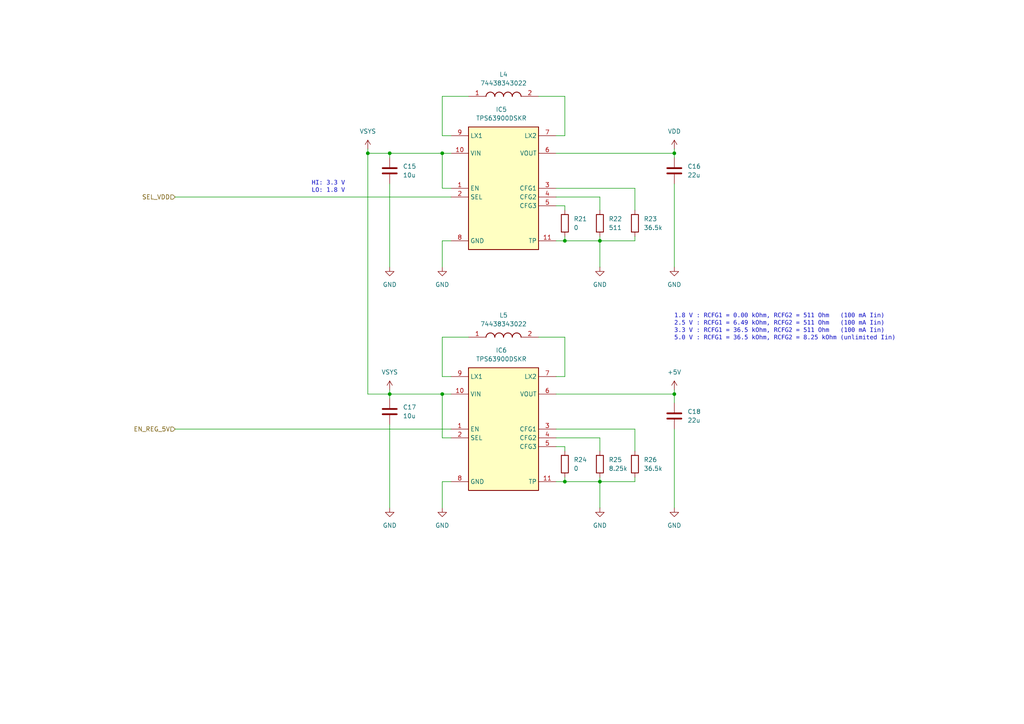
<source format=kicad_sch>
(kicad_sch (version 20250114) (generator "eeschema") (generator_version "9.0")
  (paper "A4")
  (lib_symbols
    (symbol "Device:C" (pin_numbers (hide yes)) (pin_names (offset 0.254))
      (property "Reference" "C" (at 0.635 2.54 0))
      (property "Value" "C" (at 0.635 -2.54 0))
      (symbol "C_0_1"
        (polyline (pts (xy -2.032 0.762) (xy 2.032 0.762)) (stroke (width 0.508)))
        (polyline (pts (xy -2.032 -0.762) (xy 2.032 -0.762)) (stroke (width 0.508)))
      )
      (symbol "C_1_1"
        (pin passive line (at 0 3.81 270) (length 2.794) (name "~") (number "1"))
        (pin passive line (at 0 -3.81 90) (length 2.794) (name "~") (number "2"))
      )
    )
    (symbol "Device:R" (pin_numbers (hide yes)) (pin_names (offset 0))
      (property "Reference" "R" (at 2.032 0 90))
      (property "Value" "R" (at 0 0 90))
      (symbol "R_0_1"
        (rectangle (start -1.016 -2.54) (end 1.016 2.54) (stroke (width 0.254)))
      )
      (symbol "R_1_1"
        (pin passive line (at 0 3.81 270) (length 1.27) (name "~") (number "1"))
        (pin passive line (at 0 -3.81 90) (length 1.27) (name "~") (number "2"))
      )
    )
    (symbol "TrashFlash:74438343022" (pin_names (hide yes))
      (property "Reference" "L" (at 6.35 6.35 0))
      (property "Value" "74438343022" (at 6.35 3.81 0))
      (symbol "74438343022_1_1"
        (arc (start -5.08 0) (mid -3.81 1.219) (end -2.54 0) (stroke (width 0.254)))
        (arc (start -2.54 0) (mid -1.27 1.219) (end 0 0) (stroke (width 0.254)))
        (arc (start 0 0) (mid 1.27 1.219) (end 2.54 0) (stroke (width 0.254)))
        (arc (start 2.54 0) (mid 3.81 1.219) (end 5.08 0) (stroke (width 0.254)))
        (pin passive line (at -10.16 0 0) (length 5.08) (name "1") (number "1"))
        (pin passive line (at 10.16 0 180) (length 5.08) (name "2") (number "2"))
      )
    )
    (symbol "TrashFlash:TPS63900DSKR"
      (property "Reference" "IC" (at 0 5.08 0))
      (property "Value" "TPS63900DSKR" (at 0 2.54 0))
      (symbol "TPS63900DSKR_1_1"
        (rectangle (start 0 0) (end 20.32 -35.56) (stroke (width 0.254)) (fill (type background)))
        (pin passive line (at -5.08 -2.54 0) (length 5.08) (name "LX1") (number "9"))
        (pin power_in line (at -5.08 -7.62 0) (length 5.08) (name "VIN") (number "10"))
        (pin input line (at -5.08 -17.78 0) (length 5.08) (name "EN") (number "1"))
        (pin input line (at -5.08 -20.32 0) (length 5.08) (name "SEL") (number "2"))
        (pin passive line (at -5.08 -33.02 0) (length 5.08) (name "GND") (number "8"))
        (pin passive line (at 25.4 -2.54 180) (length 5.08) (name "LX2") (number "7"))
        (pin power_out line (at 25.4 -7.62 180) (length 5.08) (name "VOUT") (number "6"))
        (pin passive line (at 25.4 -17.78 180) (length 5.08) (name "CFG1") (number "3"))
        (pin passive line (at 25.4 -20.32 180) (length 5.08) (name "CFG2") (number "4"))
        (pin passive line (at 25.4 -22.86 180) (length 5.08) (name "CFG3") (number "5"))
        (pin passive line (at 25.4 -33.02 180) (length 5.08) (name "TP") (number "11"))
      )
    )
    (symbol "TrashFlash:VSYS" (power) (pin_numbers (hide yes)) (pin_names (offset 0) (hide yes))
      (property "Value" "VSYS" (at 0 3.556 0))
      (symbol "VSYS_0_1"
        (polyline (pts (xy -0.762 1.27) (xy 0 2.54)))
        (polyline (pts (xy 0 2.54) (xy 0.762 1.27)))
        (polyline (pts (xy 0 0) (xy 0 2.54)))
      )
      (symbol "VSYS_1_1"
        (pin power_in line (at 0 0 90) (length 0) (name "VSYS") (number "1"))
      )
    )
    (symbol "power:+5V" (power) (pin_numbers (hide yes)) (pin_names (offset 0) (hide yes))
      (property "Value" "+5V" (at 0 3.556 0))
      (symbol "+5V_0_1"
        (polyline (pts (xy -0.762 1.27) (xy 0 2.54)))
        (polyline (pts (xy 0 2.54) (xy 0.762 1.27)))
        (polyline (pts (xy 0 0) (xy 0 2.54)))
      )
      (symbol "+5V_1_1"
        (pin power_in line (at 0 0 90) (length 0) (name "~") (number "1"))
      )
    )
    (symbol "power:GND" (power) (pin_numbers (hide yes)) (pin_names (offset 0) (hide yes))
      (property "Value" "GND" (at 0 -3.81 0))
      (symbol "GND_0_1"
        (polyline (pts (xy 0 0) (xy 0 -1.27) (xy 1.27 -1.27) (xy 0 -2.54) (xy -1.27 -1.27) (xy 0 -1.27)))
      )
      (symbol "GND_1_1"
        (pin power_in line (at 0 0 270) (length 0) (name "~") (number "1"))
      )
    )
    (symbol "power:VDD" (power) (pin_numbers (hide yes)) (pin_names (offset 0) (hide yes))
      (property "Value" "VDD" (at 0 3.556 0))
      (symbol "VDD_0_1"
        (polyline (pts (xy -0.762 1.27) (xy 0 2.54)))
        (polyline (pts (xy 0 2.54) (xy 0.762 1.27)))
        (polyline (pts (xy 0 0) (xy 0 2.54)))
      )
      (symbol "VDD_1_1"
        (pin power_in line (at 0 0 90) (length 0) (name "~") (number "1"))
      )
    )
  )
  (text "HI: 3.3 V\nLO: 1.8 V\n" (at 90.424 54.61 0) (effects (font (size 1.27 1.27)) (justify left)))
  (text "1.8 V : RCFG1 = 0.00 kOhm, RCFG2 = 511 Ohm   (100 mA Iin)\n2.5 V : RCFG1 = 6.49 kOhm, RCFG2 = 511 Ohm   (100 mA Iin)\n3.3 V : RCFG1 = 36.5 kOhm, RCFG2 = 511 Ohm   (100 mA Iin)\n5.0 V : RCFG1 = 36.5 kOhm, RCFG2 = 8.25 kOhm (unlimited Iin)" (at 195.58 95.25 0) (effects (font (size 1.27 1.27)) (justify left)))
  (junction (at 113.03 44.45))
  (junction (at 163.83 69.85))
  (junction (at 163.83 139.7))
  (junction (at 173.99 139.7))
  (junction (at 128.27 44.45))
  (junction (at 106.68 44.45))
  (junction (at 195.58 114.3))
  (junction (at 128.27 114.3))
  (junction (at 173.99 69.85))
  (junction (at 113.03 114.3))
  (junction (at 195.58 44.45))
  (wire (pts (xy 195.58 114.3) (xy 195.58 116.84)))
  (wire (pts (xy 130.81 54.61) (xy 128.27 54.61)))
  (wire (pts (xy 184.15 138.43) (xy 184.15 139.7)))
  (wire (pts (xy 128.27 114.3) (xy 128.27 127)))
  (wire (pts (xy 163.83 68.58) (xy 163.83 69.85)))
  (wire (pts (xy 173.99 139.7) (xy 173.99 138.43)))
  (wire (pts (xy 163.83 138.43) (xy 163.83 139.7)))
  (wire (pts (xy 173.99 69.85) (xy 173.99 77.47)))
  (wire (pts (xy 130.81 39.37) (xy 128.27 39.37)))
  (wire (pts (xy 161.29 54.61) (xy 184.15 54.61)))
  (wire (pts (xy 128.27 109.22) (xy 128.27 97.79)))
  (wire (pts (xy 163.83 129.54) (xy 163.83 130.81)))
  (wire (pts (xy 128.27 139.7) (xy 130.81 139.7)))
  (wire (pts (xy 130.81 109.22) (xy 128.27 109.22)))
  (wire (pts (xy 184.15 68.58) (xy 184.15 69.85)))
  (wire (pts (xy 128.27 69.85) (xy 128.27 77.47)))
  (wire (pts (xy 128.27 27.94) (xy 135.89 27.94)))
  (wire (pts (xy 173.99 139.7) (xy 163.83 139.7)))
  (wire (pts (xy 128.27 114.3) (xy 130.81 114.3)))
  (wire (pts (xy 128.27 44.45) (xy 128.27 54.61)))
  (wire (pts (xy 113.03 53.34) (xy 113.03 77.47)))
  (wire (pts (xy 128.27 39.37) (xy 128.27 27.94)))
  (wire (pts (xy 161.29 139.7) (xy 163.83 139.7)))
  (wire (pts (xy 106.68 114.3) (xy 113.03 114.3)))
  (wire (pts (xy 163.83 59.69) (xy 163.83 60.96)))
  (wire (pts (xy 195.58 43.18) (xy 195.58 44.45)))
  (wire (pts (xy 173.99 69.85) (xy 173.99 68.58)))
  (wire (pts (xy 173.99 127) (xy 173.99 130.81)))
  (wire (pts (xy 161.29 124.46) (xy 184.15 124.46)))
  (wire (pts (xy 161.29 109.22) (xy 163.83 109.22)))
  (wire (pts (xy 113.03 45.72) (xy 113.03 44.45)))
  (wire (pts (xy 50.8 57.15) (xy 130.81 57.15)))
  (wire (pts (xy 195.58 53.34) (xy 195.58 77.47)))
  (wire (pts (xy 128.27 44.45) (xy 130.81 44.45)))
  (wire (pts (xy 50.8 124.46) (xy 130.81 124.46)))
  (wire (pts (xy 156.21 27.94) (xy 163.83 27.94)))
  (wire (pts (xy 173.99 69.85) (xy 163.83 69.85)))
  (wire (pts (xy 161.29 57.15) (xy 173.99 57.15)))
  (wire (pts (xy 161.29 39.37) (xy 163.83 39.37)))
  (wire (pts (xy 106.68 44.45) (xy 106.68 114.3)))
  (wire (pts (xy 161.29 44.45) (xy 195.58 44.45)))
  (wire (pts (xy 128.27 97.79) (xy 135.89 97.79)))
  (wire (pts (xy 113.03 123.19) (xy 113.03 147.32)))
  (wire (pts (xy 161.29 69.85) (xy 163.83 69.85)))
  (wire (pts (xy 184.15 124.46) (xy 184.15 130.81)))
  (wire (pts (xy 173.99 69.85) (xy 184.15 69.85)))
  (wire (pts (xy 161.29 114.3) (xy 195.58 114.3)))
  (wire (pts (xy 161.29 59.69) (xy 163.83 59.69)))
  (wire (pts (xy 161.29 127) (xy 173.99 127)))
  (wire (pts (xy 163.83 27.94) (xy 163.83 39.37)))
  (wire (pts (xy 173.99 139.7) (xy 184.15 139.7)))
  (wire (pts (xy 113.03 114.3) (xy 128.27 114.3)))
  (wire (pts (xy 195.58 113.03) (xy 195.58 114.3)))
  (wire (pts (xy 161.29 129.54) (xy 163.83 129.54)))
  (wire (pts (xy 113.03 115.57) (xy 113.03 114.3)))
  (wire (pts (xy 113.03 44.45) (xy 128.27 44.45)))
  (wire (pts (xy 195.58 124.46) (xy 195.58 147.32)))
  (wire (pts (xy 106.68 43.18) (xy 106.68 44.45)))
  (wire (pts (xy 184.15 54.61) (xy 184.15 60.96)))
  (wire (pts (xy 173.99 139.7) (xy 173.99 147.32)))
  (wire (pts (xy 195.58 44.45) (xy 195.58 45.72)))
  (wire (pts (xy 156.21 97.79) (xy 163.83 97.79)))
  (wire (pts (xy 173.99 57.15) (xy 173.99 60.96)))
  (wire (pts (xy 128.27 139.7) (xy 128.27 147.32)))
  (wire (pts (xy 130.81 127) (xy 128.27 127)))
  (wire (pts (xy 106.68 44.45) (xy 113.03 44.45)))
  (wire (pts (xy 128.27 69.85) (xy 130.81 69.85)))
  (wire (pts (xy 163.83 97.79) (xy 163.83 109.22)))
  (wire (pts (xy 113.03 113.03) (xy 113.03 114.3)))
  (hierarchical_label "SEL_VDD" (shape input) (at 50.8 57.15 180))
  (hierarchical_label "EN_REG_5V" (shape input) (at 50.8 124.46 180))
  (symbol (lib_id "power:GND") (at 195.58 77.47 0) (unit 1)
    (property "Reference" "#PWR023" (effects (hide yes)))
    (property "Value" "GND" (at 195.58 82.55 0))
    (property "Description" "Power symbol creates a global label with name \"GND\" , ground" (effects (hide yes)))
  )
  (symbol (lib_id "TrashFlash:74438343022") (at 146.05 97.79 0) (unit 1)
    (property "Reference" "L5" (at 146.05 91.44 0))
    (property "Value" "74438343022" (at 146.05 93.98 0))
    (property "Footprint" "INDM2016X100N" (effects (hide yes)))
    (property "Datasheet" "http://katalog.we-online.de/pbs/datasheet/74438343022.pdf" (effects (hide yes)))
    (property "Description" "WE-MAPI SMD Shielded Power Inductor, 2010, 2.2uH" (effects (hide yes)))
    (property "Height" "1" (effects (hide yes)))
    (property "Mouser Part Number" "710-74438343022" (effects (hide yes)))
    (property "Mouser Price/Stock" "https://www.mouser.co.uk/ProductDetail/Wurth-Elektronik/74438343022?qs=iC14BvcgY%2F123ryA6Z6D7g%3D%3D" (effects (hide yes)))
    (property "Manufacturer_Name" "Wurth Elektronik" (effects (hide yes)))
    (property "Manufacturer_Part_Number" "74438343022" (effects (hide yes)))
  )
  (symbol (lib_id "TrashFlash:TPS63900DSKR") (at 135.89 36.83 0) (unit 1)
    (property "Reference" "IC5" (at 145.415 31.75 0))
    (property "Value" "TPS63900DSKR" (at 145.415 34.29 0))
    (property "Footprint" "SON50P250X250X80-11N-D" (effects (hide yes)))
    (property "Datasheet" "https://www.ti.com/lit/gpn/tps63900?HQS=ti-null-null-sf-df-pf-sep-wwe&DCM=yes" (effects (hide yes)))
    (property "Description" "1.8-V to 5.5-V, 75-nA IQ Buck-boost Converter with Input Current Limit and DVS" (effects (hide yes)))
    (property "Height" "0.8" (effects (hide yes)))
    (property "Mouser Part Number" "595-TPS63900DSKR" (effects (hide yes)))
    (property "Mouser Price/Stock" "https://www.mouser.co.uk/ProductDetail/Texas-Instruments/TPS63900DSKR?qs=zW32dvEIR3tSAmS5hXaH1Q%3D%3D" (effects (hide yes)))
    (property "Manufacturer_Name" "Texas Instruments" (effects (hide yes)))
    (property "Manufacturer_Part_Number" "TPS63900DSKR" (effects (hide yes)))
  )
  (symbol (lib_id "power:GND") (at 195.58 147.32 0) (unit 1)
    (property "Reference" "#PWR032" (effects (hide yes)))
    (property "Value" "GND" (at 195.58 152.4 0))
    (property "Description" "Power symbol creates a global label with name \"GND\" , ground" (effects (hide yes)))
  )
  (symbol (lib_id "power:GND") (at 173.99 147.32 0) (unit 1)
    (property "Reference" "#PWR030" (effects (hide yes)))
    (property "Value" "GND" (at 173.99 152.4 0))
    (property "Description" "Power symbol creates a global label with name \"GND\" , ground" (effects (hide yes)))
  )
  (symbol (lib_id "power:+5V") (at 195.58 113.03 0) (unit 1)
    (property "Reference" "#PWR027" (effects (hide yes)))
    (property "Value" "+5V" (at 195.58 107.95 0))
    (property "Description" "Power symbol creates a global label with name \"+5V\"" (effects (hide yes)))
  )
  (symbol (lib_id "Device:R") (at 173.99 64.77 0) (unit 1)
    (property "Reference" "R22" (at 176.53 63.4999 0) (effects (justify left)))
    (property "Value" "511" (at 176.53 66.0399 0) (effects (justify left)))
    (property "Footprint" "Resistor_SMD:R_0402_1005Metric" (effects (hide yes)))
    (property "Description" "Resistor" (effects (hide yes)))
  )
  (symbol (lib_id "TrashFlash:TPS63900DSKR") (at 135.89 106.68 0) (unit 1)
    (property "Reference" "IC6" (at 145.415 101.6 0))
    (property "Value" "TPS63900DSKR" (at 145.415 104.14 0))
    (property "Footprint" "SON50P250X250X80-11N-D" (effects (hide yes)))
    (property "Datasheet" "https://www.ti.com/lit/gpn/tps63900?HQS=ti-null-null-sf-df-pf-sep-wwe&DCM=yes" (effects (hide yes)))
    (property "Description" "1.8-V to 5.5-V, 75-nA IQ Buck-boost Converter with Input Current Limit and DVS" (effects (hide yes)))
    (property "Height" "0.8" (effects (hide yes)))
    (property "Mouser Part Number" "595-TPS63900DSKR" (effects (hide yes)))
    (property "Mouser Price/Stock" "https://www.mouser.co.uk/ProductDetail/Texas-Instruments/TPS63900DSKR?qs=zW32dvEIR3tSAmS5hXaH1Q%3D%3D" (effects (hide yes)))
    (property "Manufacturer_Name" "Texas Instruments" (effects (hide yes)))
    (property "Manufacturer_Part_Number" "TPS63900DSKR" (effects (hide yes)))
  )
  (symbol (lib_id "power:GND") (at 128.27 147.32 0) (unit 1)
    (property "Reference" "#PWR029" (effects (hide yes)))
    (property "Value" "GND" (at 128.27 152.4 0))
    (property "Description" "Power symbol creates a global label with name \"GND\" , ground" (effects (hide yes)))
  )
  (symbol (lib_id "power:VDD") (at 195.58 43.18 0) (unit 1)
    (property "Reference" "#PWR052" (effects (hide yes)))
    (property "Value" "VDD" (at 195.58 38.1 0))
    (property "Description" "Power symbol creates a global label with name \"VDD\"" (effects (hide yes)))
  )
  (symbol (lib_id "TrashFlash:VSYS") (at 113.03 113.03 0) (unit 1)
    (property "Reference" "#PWR025" (effects (hide yes)))
    (property "Value" "VSYS" (at 113.03 107.95 0))
    (property "Description" "Power symbol creates a global label with name \"VSYS\"" (effects (hide yes)))
  )
  (symbol (lib_id "Device:C") (at 195.58 49.53 0) (unit 1)
    (property "Reference" "C16" (at 199.39 48.2599 0) (effects (justify left)))
    (property "Value" "22u" (at 199.39 50.7999 0) (effects (justify left)))
    (property "Footprint" "Capacitor_SMD:C_0603_1608Metric" (effects (hide yes)))
    (property "Description" "Unpolarized capacitor" (effects (hide yes)))
  )
  (symbol (lib_id "power:GND") (at 173.99 77.47 0) (unit 1)
    (property "Reference" "#PWR026" (effects (hide yes)))
    (property "Value" "GND" (at 173.99 82.55 0))
    (property "Description" "Power symbol creates a global label with name \"GND\" , ground" (effects (hide yes)))
  )
  (symbol (lib_id "power:GND") (at 113.03 147.32 0) (unit 1)
    (property "Reference" "#PWR028" (effects (hide yes)))
    (property "Value" "GND" (at 113.03 152.4 0))
    (property "Description" "Power symbol creates a global label with name \"GND\" , ground" (effects (hide yes)))
  )
  (symbol (lib_id "Device:R") (at 184.15 64.77 0) (unit 1)
    (property "Reference" "R23" (at 186.69 63.4999 0) (effects (justify left)))
    (property "Value" "36.5k" (at 186.69 66.0399 0) (effects (justify left)))
    (property "Footprint" "Resistor_SMD:R_0402_1005Metric" (effects (hide yes)))
    (property "Description" "Resistor" (effects (hide yes)))
  )
  (symbol (lib_id "Device:C") (at 113.03 49.53 0) (unit 1)
    (property "Reference" "C15" (at 116.84 48.2599 0) (effects (justify left)))
    (property "Value" "10u" (at 116.84 50.7999 0) (effects (justify left)))
    (property "Footprint" "Capacitor_SMD:C_0603_1608Metric" (effects (hide yes)))
    (property "Description" "Unpolarized capacitor" (effects (hide yes)))
  )
  (symbol (lib_id "Device:R") (at 173.99 134.62 0) (unit 1)
    (property "Reference" "R25" (at 176.53 133.3499 0) (effects (justify left)))
    (property "Value" "8.25k" (at 176.53 135.8899 0) (effects (justify left)))
    (property "Footprint" "Resistor_SMD:R_0402_1005Metric" (effects (hide yes)))
    (property "Description" "Resistor" (effects (hide yes)))
  )
  (symbol (lib_id "TrashFlash:74438343022") (at 146.05 27.94 0) (unit 1)
    (property "Reference" "L4" (at 146.05 21.59 0))
    (property "Value" "74438343022" (at 146.05 24.13 0))
    (property "Footprint" "INDM2016X100N" (effects (hide yes)))
    (property "Datasheet" "http://katalog.we-online.de/pbs/datasheet/74438343022.pdf" (effects (hide yes)))
    (property "Description" "WE-MAPI SMD Shielded Power Inductor, 2010, 2.2uH" (effects (hide yes)))
    (property "Height" "1" (effects (hide yes)))
    (property "Mouser Part Number" "710-74438343022" (effects (hide yes)))
    (property "Mouser Price/Stock" "https://www.mouser.co.uk/ProductDetail/Wurth-Elektronik/74438343022?qs=iC14BvcgY%2F123ryA6Z6D7g%3D%3D" (effects (hide yes)))
    (property "Manufacturer_Name" "Wurth Elektronik" (effects (hide yes)))
    (property "Manufacturer_Part_Number" "74438343022" (effects (hide yes)))
  )
  (symbol (lib_id "power:GND") (at 113.03 77.47 0) (unit 1)
    (property "Reference" "#PWR021" (effects (hide yes)))
    (property "Value" "GND" (at 113.03 82.55 0))
    (property "Description" "Power symbol creates a global label with name \"GND\" , ground" (effects (hide yes)))
  )
  (symbol (lib_id "Device:C") (at 195.58 120.65 0) (unit 1)
    (property "Reference" "C18" (at 199.39 119.3799 0) (effects (justify left)))
    (property "Value" "22u" (at 199.39 121.9199 0) (effects (justify left)))
    (property "Footprint" "Capacitor_SMD:C_0603_1608Metric" (effects (hide yes)))
    (property "Description" "Unpolarized capacitor" (effects (hide yes)))
  )
  (symbol (lib_id "Device:R") (at 163.83 64.77 0) (unit 1)
    (property "Reference" "R21" (at 166.37 63.4999 0) (effects (justify left)))
    (property "Value" "0" (at 166.37 66.0399 0) (effects (justify left)))
    (property "Footprint" "Resistor_SMD:R_0402_1005Metric" (effects (hide yes)))
    (property "Description" "Resistor" (effects (hide yes)))
  )
  (symbol (lib_id "power:GND") (at 128.27 77.47 0) (unit 1)
    (property "Reference" "#PWR022" (effects (hide yes)))
    (property "Value" "GND" (at 128.27 82.55 0))
    (property "Description" "Power symbol creates a global label with name \"GND\" , ground" (effects (hide yes)))
  )
  (symbol (lib_id "TrashFlash:VSYS") (at 106.68 43.18 0) (unit 1)
    (property "Reference" "#PWR024" (effects (hide yes)))
    (property "Value" "VSYS" (at 106.68 38.1 0))
    (property "Description" "Power symbol creates a global label with name \"VSYS\"" (effects (hide yes)))
  )
  (symbol (lib_id "Device:R") (at 184.15 134.62 0) (unit 1)
    (property "Reference" "R26" (at 186.69 133.3499 0) (effects (justify left)))
    (property "Value" "36.5k" (at 186.69 135.8899 0) (effects (justify left)))
    (property "Footprint" "Resistor_SMD:R_0402_1005Metric" (effects (hide yes)))
    (property "Description" "Resistor" (effects (hide yes)))
  )
  (symbol (lib_id "Device:C") (at 113.03 119.38 0) (unit 1)
    (property "Reference" "C17" (at 116.84 118.1099 0) (effects (justify left)))
    (property "Value" "10u" (at 116.84 120.6499 0) (effects (justify left)))
    (property "Footprint" "Capacitor_SMD:C_0603_1608Metric" (effects (hide yes)))
    (property "Description" "Unpolarized capacitor" (effects (hide yes)))
  )
  (symbol (lib_id "Device:R") (at 163.83 134.62 0) (unit 1)
    (property "Reference" "R24" (at 166.37 133.3499 0) (effects (justify left)))
    (property "Value" "0" (at 166.37 135.8899 0) (effects (justify left)))
    (property "Footprint" "Resistor_SMD:R_0402_1005Metric" (effects (hide yes)))
    (property "Description" "Resistor" (effects (hide yes)))
  )
)
</source>
